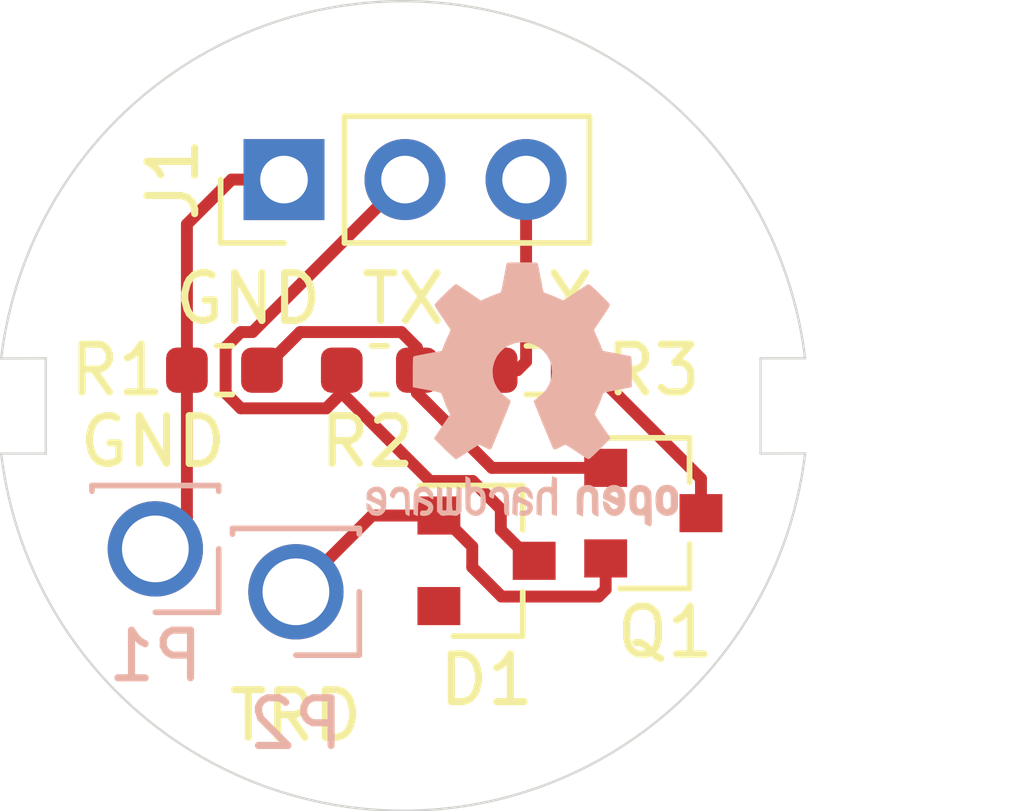
<source format=kicad_pcb>
(kicad_pcb (version 20171130) (host pcbnew 5.1.5-1.fc31)

  (general
    (thickness 1.6)
    (drawings 15)
    (tracks 43)
    (zones 0)
    (modules 9)
    (nets 7)
  )

  (page USLetter)
  (title_block
    (title "TK-X90 Programmer")
    (date 2020-03-29)
    (rev A)
    (company "Mobilinkd LLC")
    (comment 1 "CC BY-SA 2.0")
    (comment 2 https://creativecommons.org/licenses/by-sa/2.0/)
    (comment 3 "© 2020 Mobilinkd LLC")
  )

  (layers
    (0 F.Cu signal)
    (31 B.Cu signal)
    (32 B.Adhes user)
    (33 F.Adhes user)
    (34 B.Paste user)
    (35 F.Paste user)
    (36 B.SilkS user)
    (37 F.SilkS user)
    (38 B.Mask user)
    (39 F.Mask user)
    (40 Dwgs.User user)
    (41 Cmts.User user)
    (42 Eco1.User user)
    (43 Eco2.User user)
    (44 Edge.Cuts user)
    (45 Margin user)
    (46 B.CrtYd user)
    (47 F.CrtYd user)
    (48 B.Fab user)
    (49 F.Fab user)
  )

  (setup
    (last_trace_width 0.25)
    (trace_clearance 0.2)
    (zone_clearance 0.508)
    (zone_45_only no)
    (trace_min 0.2)
    (via_size 0.8)
    (via_drill 0.4)
    (via_min_size 0.4)
    (via_min_drill 0.3)
    (uvia_size 0.3)
    (uvia_drill 0.1)
    (uvias_allowed no)
    (uvia_min_size 0.2)
    (uvia_min_drill 0.1)
    (edge_width 0.05)
    (segment_width 0.2)
    (pcb_text_width 0.3)
    (pcb_text_size 1.5 1.5)
    (mod_edge_width 0.12)
    (mod_text_size 1 1)
    (mod_text_width 0.15)
    (pad_size 2 2)
    (pad_drill 1.4)
    (pad_to_mask_clearance 0.051)
    (solder_mask_min_width 0.25)
    (aux_axis_origin 0 0)
    (visible_elements FFFFFF7F)
    (pcbplotparams
      (layerselection 0x010fc_ffffffff)
      (usegerberextensions false)
      (usegerberattributes false)
      (usegerberadvancedattributes false)
      (creategerberjobfile false)
      (excludeedgelayer true)
      (linewidth 0.100000)
      (plotframeref false)
      (viasonmask false)
      (mode 1)
      (useauxorigin false)
      (hpglpennumber 1)
      (hpglpenspeed 20)
      (hpglpendiameter 15.000000)
      (psnegative false)
      (psa4output false)
      (plotreference true)
      (plotvalue true)
      (plotinvisibletext false)
      (padsonsilk false)
      (subtractmaskfromsilk false)
      (outputformat 1)
      (mirror false)
      (drillshape 0)
      (scaleselection 1)
      (outputdirectory "Gerbers"))
  )

  (net 0 "")
  (net 1 /TRD)
  (net 2 /TX)
  (net 3 GND)
  (net 4 /RX)
  (net 5 "Net-(Q1-Pad3)")
  (net 6 "Net-(Q1-Pad1)")

  (net_class Default "This is the default net class."
    (clearance 0.2)
    (trace_width 0.25)
    (via_dia 0.8)
    (via_drill 0.4)
    (uvia_dia 0.3)
    (uvia_drill 0.1)
    (add_net /RX)
    (add_net /TRD)
    (add_net /TX)
    (add_net GND)
    (add_net "Net-(Q1-Pad1)")
    (add_net "Net-(Q1-Pad3)")
  )

  (module Symbol:OSHW-Logo2_7.3x6mm_SilkScreen (layer B.Cu) (tedit 0) (tstamp 5E811A66)
    (at 152.5 99.75 180)
    (descr "Open Source Hardware Symbol")
    (tags "Logo Symbol OSHW")
    (attr virtual)
    (fp_text reference REF** (at 0 0) (layer B.SilkS) hide
      (effects (font (size 1 1) (thickness 0.15)) (justify mirror))
    )
    (fp_text value OSHW-Logo2_7.3x6mm_SilkScreen (at 0.75 0) (layer B.Fab) hide
      (effects (font (size 1 1) (thickness 0.15)) (justify mirror))
    )
    (fp_poly (pts (xy 0.10391 2.757652) (xy 0.182454 2.757222) (xy 0.239298 2.756058) (xy 0.278105 2.753793)
      (xy 0.302538 2.75006) (xy 0.316262 2.744494) (xy 0.32294 2.736727) (xy 0.326236 2.726395)
      (xy 0.326556 2.725057) (xy 0.331562 2.700921) (xy 0.340829 2.653299) (xy 0.353392 2.587259)
      (xy 0.368287 2.507872) (xy 0.384551 2.420204) (xy 0.385119 2.417125) (xy 0.40141 2.331211)
      (xy 0.416652 2.255304) (xy 0.429861 2.193955) (xy 0.440054 2.151718) (xy 0.446248 2.133145)
      (xy 0.446543 2.132816) (xy 0.464788 2.123747) (xy 0.502405 2.108633) (xy 0.551271 2.090738)
      (xy 0.551543 2.090642) (xy 0.613093 2.067507) (xy 0.685657 2.038035) (xy 0.754057 2.008403)
      (xy 0.757294 2.006938) (xy 0.868702 1.956374) (xy 1.115399 2.12484) (xy 1.191077 2.176197)
      (xy 1.259631 2.222111) (xy 1.317088 2.25997) (xy 1.359476 2.287163) (xy 1.382825 2.301079)
      (xy 1.385042 2.302111) (xy 1.40201 2.297516) (xy 1.433701 2.275345) (xy 1.481352 2.234553)
      (xy 1.546198 2.174095) (xy 1.612397 2.109773) (xy 1.676214 2.046388) (xy 1.733329 1.988549)
      (xy 1.780305 1.939825) (xy 1.813703 1.90379) (xy 1.830085 1.884016) (xy 1.830694 1.882998)
      (xy 1.832505 1.869428) (xy 1.825683 1.847267) (xy 1.80854 1.813522) (xy 1.779393 1.7652)
      (xy 1.736555 1.699308) (xy 1.679448 1.614483) (xy 1.628766 1.539823) (xy 1.583461 1.47286)
      (xy 1.54615 1.417484) (xy 1.519452 1.37758) (xy 1.505985 1.357038) (xy 1.505137 1.355644)
      (xy 1.506781 1.335962) (xy 1.519245 1.297707) (xy 1.540048 1.248111) (xy 1.547462 1.232272)
      (xy 1.579814 1.16171) (xy 1.614328 1.081647) (xy 1.642365 1.012371) (xy 1.662568 0.960955)
      (xy 1.678615 0.921881) (xy 1.687888 0.901459) (xy 1.689041 0.899886) (xy 1.706096 0.897279)
      (xy 1.746298 0.890137) (xy 1.804302 0.879477) (xy 1.874763 0.866315) (xy 1.952335 0.851667)
      (xy 2.031672 0.836551) (xy 2.107431 0.821982) (xy 2.174264 0.808978) (xy 2.226828 0.798555)
      (xy 2.259776 0.79173) (xy 2.267857 0.789801) (xy 2.276205 0.785038) (xy 2.282506 0.774282)
      (xy 2.287045 0.753902) (xy 2.290104 0.720266) (xy 2.291967 0.669745) (xy 2.292918 0.598708)
      (xy 2.29324 0.503524) (xy 2.293257 0.464508) (xy 2.293257 0.147201) (xy 2.217057 0.132161)
      (xy 2.174663 0.124005) (xy 2.1114 0.112101) (xy 2.034962 0.097884) (xy 1.953043 0.08279)
      (xy 1.9304 0.078645) (xy 1.854806 0.063947) (xy 1.788953 0.049495) (xy 1.738366 0.036625)
      (xy 1.708574 0.026678) (xy 1.703612 0.023713) (xy 1.691426 0.002717) (xy 1.673953 -0.037967)
      (xy 1.654577 -0.090322) (xy 1.650734 -0.1016) (xy 1.625339 -0.171523) (xy 1.593817 -0.250418)
      (xy 1.562969 -0.321266) (xy 1.562817 -0.321595) (xy 1.511447 -0.432733) (xy 1.680399 -0.681253)
      (xy 1.849352 -0.929772) (xy 1.632429 -1.147058) (xy 1.566819 -1.211726) (xy 1.506979 -1.268733)
      (xy 1.456267 -1.315033) (xy 1.418046 -1.347584) (xy 1.395675 -1.363343) (xy 1.392466 -1.364343)
      (xy 1.373626 -1.356469) (xy 1.33518 -1.334578) (xy 1.28133 -1.301267) (xy 1.216276 -1.259131)
      (xy 1.14594 -1.211943) (xy 1.074555 -1.16381) (xy 1.010908 -1.121928) (xy 0.959041 -1.088871)
      (xy 0.922995 -1.067218) (xy 0.906867 -1.059543) (xy 0.887189 -1.066037) (xy 0.849875 -1.08315)
      (xy 0.802621 -1.107326) (xy 0.797612 -1.110013) (xy 0.733977 -1.141927) (xy 0.690341 -1.157579)
      (xy 0.663202 -1.157745) (xy 0.649057 -1.143204) (xy 0.648975 -1.143) (xy 0.641905 -1.125779)
      (xy 0.625042 -1.084899) (xy 0.599695 -1.023525) (xy 0.567171 -0.944819) (xy 0.528778 -0.851947)
      (xy 0.485822 -0.748072) (xy 0.444222 -0.647502) (xy 0.398504 -0.536516) (xy 0.356526 -0.433703)
      (xy 0.319548 -0.342215) (xy 0.288827 -0.265201) (xy 0.265622 -0.205815) (xy 0.25119 -0.167209)
      (xy 0.246743 -0.1528) (xy 0.257896 -0.136272) (xy 0.287069 -0.10993) (xy 0.325971 -0.080887)
      (xy 0.436757 0.010961) (xy 0.523351 0.116241) (xy 0.584716 0.232734) (xy 0.619815 0.358224)
      (xy 0.627608 0.490493) (xy 0.621943 0.551543) (xy 0.591078 0.678205) (xy 0.53792 0.790059)
      (xy 0.465767 0.885999) (xy 0.377917 0.964924) (xy 0.277665 1.02573) (xy 0.16831 1.067313)
      (xy 0.053147 1.088572) (xy -0.064525 1.088401) (xy -0.18141 1.065699) (xy -0.294211 1.019362)
      (xy -0.399631 0.948287) (xy -0.443632 0.908089) (xy -0.528021 0.804871) (xy -0.586778 0.692075)
      (xy -0.620296 0.57299) (xy -0.628965 0.450905) (xy -0.613177 0.329107) (xy -0.573322 0.210884)
      (xy -0.509793 0.099525) (xy -0.422979 -0.001684) (xy -0.325971 -0.080887) (xy -0.285563 -0.111162)
      (xy -0.257018 -0.137219) (xy -0.246743 -0.152825) (xy -0.252123 -0.169843) (xy -0.267425 -0.2105)
      (xy -0.291388 -0.271642) (xy -0.322756 -0.350119) (xy -0.360268 -0.44278) (xy -0.402667 -0.546472)
      (xy -0.444337 -0.647526) (xy -0.49031 -0.758607) (xy -0.532893 -0.861541) (xy -0.570779 -0.953165)
      (xy -0.60266 -1.030316) (xy -0.627229 -1.089831) (xy -0.64318 -1.128544) (xy -0.64909 -1.143)
      (xy -0.663052 -1.157685) (xy -0.69006 -1.157642) (xy -0.733587 -1.142099) (xy -0.79711 -1.110284)
      (xy -0.797612 -1.110013) (xy -0.84544 -1.085323) (xy -0.884103 -1.067338) (xy -0.905905 -1.059614)
      (xy -0.906867 -1.059543) (xy -0.923279 -1.067378) (xy -0.959513 -1.089165) (xy -1.011526 -1.122328)
      (xy -1.075275 -1.164291) (xy -1.14594 -1.211943) (xy -1.217884 -1.260191) (xy -1.282726 -1.302151)
      (xy -1.336265 -1.335227) (xy -1.374303 -1.356821) (xy -1.392467 -1.364343) (xy -1.409192 -1.354457)
      (xy -1.44282 -1.326826) (xy -1.48999 -1.284495) (xy -1.547342 -1.230505) (xy -1.611516 -1.167899)
      (xy -1.632503 -1.146983) (xy -1.849501 -0.929623) (xy -1.684332 -0.68722) (xy -1.634136 -0.612781)
      (xy -1.590081 -0.545972) (xy -1.554638 -0.490665) (xy -1.530281 -0.450729) (xy -1.519478 -0.430036)
      (xy -1.519162 -0.428563) (xy -1.524857 -0.409058) (xy -1.540174 -0.369822) (xy -1.562463 -0.31743)
      (xy -1.578107 -0.282355) (xy -1.607359 -0.215201) (xy -1.634906 -0.147358) (xy -1.656263 -0.090034)
      (xy -1.662065 -0.072572) (xy -1.678548 -0.025938) (xy -1.69466 0.010095) (xy -1.70351 0.023713)
      (xy -1.72304 0.032048) (xy -1.765666 0.043863) (xy -1.825855 0.057819) (xy -1.898078 0.072578)
      (xy -1.9304 0.078645) (xy -2.012478 0.093727) (xy -2.091205 0.108331) (xy -2.158891 0.12102)
      (xy -2.20784 0.130358) (xy -2.217057 0.132161) (xy -2.293257 0.147201) (xy -2.293257 0.464508)
      (xy -2.293086 0.568846) (xy -2.292384 0.647787) (xy -2.290866 0.704962) (xy -2.288251 0.744001)
      (xy -2.284254 0.768535) (xy -2.278591 0.782195) (xy -2.27098 0.788611) (xy -2.267857 0.789801)
      (xy -2.249022 0.79402) (xy -2.207412 0.802438) (xy -2.14837 0.814039) (xy -2.077243 0.827805)
      (xy -1.999375 0.84272) (xy -1.920113 0.857768) (xy -1.844802 0.871931) (xy -1.778787 0.884194)
      (xy -1.727413 0.893539) (xy -1.696025 0.89895) (xy -1.689041 0.899886) (xy -1.682715 0.912404)
      (xy -1.66871 0.945754) (xy -1.649645 0.993623) (xy -1.642366 1.012371) (xy -1.613004 1.084805)
      (xy -1.578429 1.16483) (xy -1.547463 1.232272) (xy -1.524677 1.283841) (xy -1.509518 1.326215)
      (xy -1.504458 1.352166) (xy -1.505264 1.355644) (xy -1.515959 1.372064) (xy -1.54038 1.408583)
      (xy -1.575905 1.461313) (xy -1.619913 1.526365) (xy -1.669783 1.599849) (xy -1.679644 1.614355)
      (xy -1.737508 1.700296) (xy -1.780044 1.765739) (xy -1.808946 1.813696) (xy -1.82591 1.84718)
      (xy -1.832633 1.869205) (xy -1.83081 1.882783) (xy -1.830764 1.882869) (xy -1.816414 1.900703)
      (xy -1.784677 1.935183) (xy -1.73899 1.982732) (xy -1.682796 2.039778) (xy -1.619532 2.102745)
      (xy -1.612398 2.109773) (xy -1.53267 2.18698) (xy -1.471143 2.24367) (xy -1.426579 2.28089)
      (xy -1.397743 2.299685) (xy -1.385042 2.302111) (xy -1.366506 2.291529) (xy -1.328039 2.267084)
      (xy -1.273614 2.231388) (xy -1.207202 2.187053) (xy -1.132775 2.136689) (xy -1.115399 2.12484)
      (xy -0.868703 1.956374) (xy -0.757294 2.006938) (xy -0.689543 2.036405) (xy -0.616817 2.066041)
      (xy -0.554297 2.08967) (xy -0.551543 2.090642) (xy -0.50264 2.108543) (xy -0.464943 2.12368)
      (xy -0.446575 2.13279) (xy -0.446544 2.132816) (xy -0.440715 2.149283) (xy -0.430808 2.189781)
      (xy -0.417805 2.249758) (xy -0.402691 2.32466) (xy -0.386448 2.409936) (xy -0.385119 2.417125)
      (xy -0.368825 2.504986) (xy -0.353867 2.58474) (xy -0.341209 2.651319) (xy -0.331814 2.699653)
      (xy -0.326646 2.724675) (xy -0.326556 2.725057) (xy -0.323411 2.735701) (xy -0.317296 2.743738)
      (xy -0.304547 2.749533) (xy -0.2815 2.753453) (xy -0.244491 2.755865) (xy -0.189856 2.757135)
      (xy -0.113933 2.757629) (xy -0.013056 2.757714) (xy 0 2.757714) (xy 0.10391 2.757652)) (layer B.SilkS) (width 0.01))
    (fp_poly (pts (xy 3.153595 -1.966966) (xy 3.211021 -2.004497) (xy 3.238719 -2.038096) (xy 3.260662 -2.099064)
      (xy 3.262405 -2.147308) (xy 3.258457 -2.211816) (xy 3.109686 -2.276934) (xy 3.037349 -2.310202)
      (xy 2.990084 -2.336964) (xy 2.965507 -2.360144) (xy 2.961237 -2.382667) (xy 2.974889 -2.407455)
      (xy 2.989943 -2.423886) (xy 3.033746 -2.450235) (xy 3.081389 -2.452081) (xy 3.125145 -2.431546)
      (xy 3.157289 -2.390752) (xy 3.163038 -2.376347) (xy 3.190576 -2.331356) (xy 3.222258 -2.312182)
      (xy 3.265714 -2.295779) (xy 3.265714 -2.357966) (xy 3.261872 -2.400283) (xy 3.246823 -2.435969)
      (xy 3.21528 -2.476943) (xy 3.210592 -2.482267) (xy 3.175506 -2.51872) (xy 3.145347 -2.538283)
      (xy 3.107615 -2.547283) (xy 3.076335 -2.55023) (xy 3.020385 -2.550965) (xy 2.980555 -2.54166)
      (xy 2.955708 -2.527846) (xy 2.916656 -2.497467) (xy 2.889625 -2.464613) (xy 2.872517 -2.423294)
      (xy 2.863238 -2.367521) (xy 2.859693 -2.291305) (xy 2.85941 -2.252622) (xy 2.860372 -2.206247)
      (xy 2.948007 -2.206247) (xy 2.949023 -2.231126) (xy 2.951556 -2.2352) (xy 2.968274 -2.229665)
      (xy 3.004249 -2.215017) (xy 3.052331 -2.19419) (xy 3.062386 -2.189714) (xy 3.123152 -2.158814)
      (xy 3.156632 -2.131657) (xy 3.16399 -2.10622) (xy 3.146391 -2.080481) (xy 3.131856 -2.069109)
      (xy 3.07941 -2.046364) (xy 3.030322 -2.050122) (xy 2.989227 -2.077884) (xy 2.960758 -2.127152)
      (xy 2.951631 -2.166257) (xy 2.948007 -2.206247) (xy 2.860372 -2.206247) (xy 2.861285 -2.162249)
      (xy 2.868196 -2.095384) (xy 2.881884 -2.046695) (xy 2.904096 -2.010849) (xy 2.936574 -1.982513)
      (xy 2.950733 -1.973355) (xy 3.015053 -1.949507) (xy 3.085473 -1.948006) (xy 3.153595 -1.966966)) (layer B.SilkS) (width 0.01))
    (fp_poly (pts (xy 2.6526 -1.958752) (xy 2.669948 -1.966334) (xy 2.711356 -1.999128) (xy 2.746765 -2.046547)
      (xy 2.768664 -2.097151) (xy 2.772229 -2.122098) (xy 2.760279 -2.156927) (xy 2.734067 -2.175357)
      (xy 2.705964 -2.186516) (xy 2.693095 -2.188572) (xy 2.686829 -2.173649) (xy 2.674456 -2.141175)
      (xy 2.669028 -2.126502) (xy 2.63859 -2.075744) (xy 2.59452 -2.050427) (xy 2.53801 -2.051206)
      (xy 2.533825 -2.052203) (xy 2.503655 -2.066507) (xy 2.481476 -2.094393) (xy 2.466327 -2.139287)
      (xy 2.45725 -2.204615) (xy 2.453286 -2.293804) (xy 2.452914 -2.341261) (xy 2.45273 -2.416071)
      (xy 2.451522 -2.467069) (xy 2.448309 -2.499471) (xy 2.442109 -2.518495) (xy 2.43194 -2.529356)
      (xy 2.416819 -2.537272) (xy 2.415946 -2.53767) (xy 2.386828 -2.549981) (xy 2.372403 -2.554514)
      (xy 2.370186 -2.540809) (xy 2.368289 -2.502925) (xy 2.366847 -2.445715) (xy 2.365998 -2.374027)
      (xy 2.365829 -2.321565) (xy 2.366692 -2.220047) (xy 2.37007 -2.143032) (xy 2.377142 -2.086023)
      (xy 2.389088 -2.044526) (xy 2.40709 -2.014043) (xy 2.432327 -1.99008) (xy 2.457247 -1.973355)
      (xy 2.517171 -1.951097) (xy 2.586911 -1.946076) (xy 2.6526 -1.958752)) (layer B.SilkS) (width 0.01))
    (fp_poly (pts (xy 2.144876 -1.956335) (xy 2.186667 -1.975344) (xy 2.219469 -1.998378) (xy 2.243503 -2.024133)
      (xy 2.260097 -2.057358) (xy 2.270577 -2.1028) (xy 2.276271 -2.165207) (xy 2.278507 -2.249327)
      (xy 2.278743 -2.304721) (xy 2.278743 -2.520826) (xy 2.241774 -2.53767) (xy 2.212656 -2.549981)
      (xy 2.198231 -2.554514) (xy 2.195472 -2.541025) (xy 2.193282 -2.504653) (xy 2.191942 -2.451542)
      (xy 2.191657 -2.409372) (xy 2.190434 -2.348447) (xy 2.187136 -2.300115) (xy 2.182321 -2.270518)
      (xy 2.178496 -2.264229) (xy 2.152783 -2.270652) (xy 2.112418 -2.287125) (xy 2.065679 -2.309458)
      (xy 2.020845 -2.333457) (xy 1.986193 -2.35493) (xy 1.970002 -2.369685) (xy 1.969938 -2.369845)
      (xy 1.97133 -2.397152) (xy 1.983818 -2.423219) (xy 2.005743 -2.444392) (xy 2.037743 -2.451474)
      (xy 2.065092 -2.450649) (xy 2.103826 -2.450042) (xy 2.124158 -2.459116) (xy 2.136369 -2.483092)
      (xy 2.137909 -2.487613) (xy 2.143203 -2.521806) (xy 2.129047 -2.542568) (xy 2.092148 -2.552462)
      (xy 2.052289 -2.554292) (xy 1.980562 -2.540727) (xy 1.943432 -2.521355) (xy 1.897576 -2.475845)
      (xy 1.873256 -2.419983) (xy 1.871073 -2.360957) (xy 1.891629 -2.305953) (xy 1.922549 -2.271486)
      (xy 1.95342 -2.252189) (xy 2.001942 -2.227759) (xy 2.058485 -2.202985) (xy 2.06791 -2.199199)
      (xy 2.130019 -2.171791) (xy 2.165822 -2.147634) (xy 2.177337 -2.123619) (xy 2.16658 -2.096635)
      (xy 2.148114 -2.075543) (xy 2.104469 -2.049572) (xy 2.056446 -2.047624) (xy 2.012406 -2.067637)
      (xy 1.980709 -2.107551) (xy 1.976549 -2.117848) (xy 1.952327 -2.155724) (xy 1.916965 -2.183842)
      (xy 1.872343 -2.206917) (xy 1.872343 -2.141485) (xy 1.874969 -2.101506) (xy 1.88623 -2.069997)
      (xy 1.911199 -2.036378) (xy 1.935169 -2.010484) (xy 1.972441 -1.973817) (xy 2.001401 -1.954121)
      (xy 2.032505 -1.94622) (xy 2.067713 -1.944914) (xy 2.144876 -1.956335)) (layer B.SilkS) (width 0.01))
    (fp_poly (pts (xy 1.779833 -1.958663) (xy 1.782048 -1.99685) (xy 1.783784 -2.054886) (xy 1.784899 -2.12818)
      (xy 1.785257 -2.205055) (xy 1.785257 -2.465196) (xy 1.739326 -2.511127) (xy 1.707675 -2.539429)
      (xy 1.67989 -2.550893) (xy 1.641915 -2.550168) (xy 1.62684 -2.548321) (xy 1.579726 -2.542948)
      (xy 1.540756 -2.539869) (xy 1.531257 -2.539585) (xy 1.499233 -2.541445) (xy 1.453432 -2.546114)
      (xy 1.435674 -2.548321) (xy 1.392057 -2.551735) (xy 1.362745 -2.54432) (xy 1.33368 -2.521427)
      (xy 1.323188 -2.511127) (xy 1.277257 -2.465196) (xy 1.277257 -1.978602) (xy 1.314226 -1.961758)
      (xy 1.346059 -1.949282) (xy 1.364683 -1.944914) (xy 1.369458 -1.958718) (xy 1.373921 -1.997286)
      (xy 1.377775 -2.056356) (xy 1.380722 -2.131663) (xy 1.382143 -2.195286) (xy 1.386114 -2.445657)
      (xy 1.420759 -2.450556) (xy 1.452268 -2.447131) (xy 1.467708 -2.436041) (xy 1.472023 -2.415308)
      (xy 1.475708 -2.371145) (xy 1.478469 -2.309146) (xy 1.480012 -2.234909) (xy 1.480235 -2.196706)
      (xy 1.480457 -1.976783) (xy 1.526166 -1.960849) (xy 1.558518 -1.950015) (xy 1.576115 -1.944962)
      (xy 1.576623 -1.944914) (xy 1.578388 -1.958648) (xy 1.580329 -1.99673) (xy 1.582282 -2.054482)
      (xy 1.584084 -2.127227) (xy 1.585343 -2.195286) (xy 1.589314 -2.445657) (xy 1.6764 -2.445657)
      (xy 1.680396 -2.21724) (xy 1.684392 -1.988822) (xy 1.726847 -1.966868) (xy 1.758192 -1.951793)
      (xy 1.776744 -1.944951) (xy 1.777279 -1.944914) (xy 1.779833 -1.958663)) (layer B.SilkS) (width 0.01))
    (fp_poly (pts (xy 1.190117 -2.065358) (xy 1.189933 -2.173837) (xy 1.189219 -2.257287) (xy 1.187675 -2.319704)
      (xy 1.185001 -2.365085) (xy 1.180894 -2.397429) (xy 1.175055 -2.420733) (xy 1.167182 -2.438995)
      (xy 1.161221 -2.449418) (xy 1.111855 -2.505945) (xy 1.049264 -2.541377) (xy 0.980013 -2.55409)
      (xy 0.910668 -2.542463) (xy 0.869375 -2.521568) (xy 0.826025 -2.485422) (xy 0.796481 -2.441276)
      (xy 0.778655 -2.383462) (xy 0.770463 -2.306313) (xy 0.769302 -2.249714) (xy 0.769458 -2.245647)
      (xy 0.870857 -2.245647) (xy 0.871476 -2.31055) (xy 0.874314 -2.353514) (xy 0.88084 -2.381622)
      (xy 0.892523 -2.401953) (xy 0.906483 -2.417288) (xy 0.953365 -2.44689) (xy 1.003701 -2.449419)
      (xy 1.051276 -2.424705) (xy 1.054979 -2.421356) (xy 1.070783 -2.403935) (xy 1.080693 -2.383209)
      (xy 1.086058 -2.352362) (xy 1.088228 -2.304577) (xy 1.088571 -2.251748) (xy 1.087827 -2.185381)
      (xy 1.084748 -2.141106) (xy 1.078061 -2.112009) (xy 1.066496 -2.091173) (xy 1.057013 -2.080107)
      (xy 1.01296 -2.052198) (xy 0.962224 -2.048843) (xy 0.913796 -2.070159) (xy 0.90445 -2.078073)
      (xy 0.88854 -2.095647) (xy 0.87861 -2.116587) (xy 0.873278 -2.147782) (xy 0.871163 -2.196122)
      (xy 0.870857 -2.245647) (xy 0.769458 -2.245647) (xy 0.77281 -2.158568) (xy 0.784726 -2.090086)
      (xy 0.807135 -2.0386) (xy 0.842124 -1.998443) (xy 0.869375 -1.977861) (xy 0.918907 -1.955625)
      (xy 0.976316 -1.945304) (xy 1.029682 -1.948067) (xy 1.059543 -1.959212) (xy 1.071261 -1.962383)
      (xy 1.079037 -1.950557) (xy 1.084465 -1.918866) (xy 1.088571 -1.870593) (xy 1.093067 -1.816829)
      (xy 1.099313 -1.784482) (xy 1.110676 -1.765985) (xy 1.130528 -1.75377) (xy 1.143 -1.748362)
      (xy 1.190171 -1.728601) (xy 1.190117 -2.065358)) (layer B.SilkS) (width 0.01))
    (fp_poly (pts (xy 0.529926 -1.949755) (xy 0.595858 -1.974084) (xy 0.649273 -2.017117) (xy 0.670164 -2.047409)
      (xy 0.692939 -2.102994) (xy 0.692466 -2.143186) (xy 0.668562 -2.170217) (xy 0.659717 -2.174813)
      (xy 0.62153 -2.189144) (xy 0.602028 -2.185472) (xy 0.595422 -2.161407) (xy 0.595086 -2.148114)
      (xy 0.582992 -2.09921) (xy 0.551471 -2.064999) (xy 0.507659 -2.048476) (xy 0.458695 -2.052634)
      (xy 0.418894 -2.074227) (xy 0.40545 -2.086544) (xy 0.395921 -2.101487) (xy 0.389485 -2.124075)
      (xy 0.385317 -2.159328) (xy 0.382597 -2.212266) (xy 0.380502 -2.287907) (xy 0.37996 -2.311857)
      (xy 0.377981 -2.39379) (xy 0.375731 -2.451455) (xy 0.372357 -2.489608) (xy 0.367006 -2.513004)
      (xy 0.358824 -2.526398) (xy 0.346959 -2.534545) (xy 0.339362 -2.538144) (xy 0.307102 -2.550452)
      (xy 0.288111 -2.554514) (xy 0.281836 -2.540948) (xy 0.278006 -2.499934) (xy 0.2766 -2.430999)
      (xy 0.277598 -2.333669) (xy 0.277908 -2.318657) (xy 0.280101 -2.229859) (xy 0.282693 -2.165019)
      (xy 0.286382 -2.119067) (xy 0.291864 -2.086935) (xy 0.299835 -2.063553) (xy 0.310993 -2.043852)
      (xy 0.31683 -2.03541) (xy 0.350296 -1.998057) (xy 0.387727 -1.969003) (xy 0.392309 -1.966467)
      (xy 0.459426 -1.946443) (xy 0.529926 -1.949755)) (layer B.SilkS) (width 0.01))
    (fp_poly (pts (xy 0.039744 -1.950968) (xy 0.096616 -1.972087) (xy 0.097267 -1.972493) (xy 0.13244 -1.99838)
      (xy 0.158407 -2.028633) (xy 0.17667 -2.068058) (xy 0.188732 -2.121462) (xy 0.196096 -2.193651)
      (xy 0.200264 -2.289432) (xy 0.200629 -2.303078) (xy 0.205876 -2.508842) (xy 0.161716 -2.531678)
      (xy 0.129763 -2.54711) (xy 0.11047 -2.554423) (xy 0.109578 -2.554514) (xy 0.106239 -2.541022)
      (xy 0.103587 -2.504626) (xy 0.101956 -2.451452) (xy 0.1016 -2.408393) (xy 0.101592 -2.338641)
      (xy 0.098403 -2.294837) (xy 0.087288 -2.273944) (xy 0.063501 -2.272925) (xy 0.022296 -2.288741)
      (xy -0.039914 -2.317815) (xy -0.085659 -2.341963) (xy -0.109187 -2.362913) (xy -0.116104 -2.385747)
      (xy -0.116114 -2.386877) (xy -0.104701 -2.426212) (xy -0.070908 -2.447462) (xy -0.019191 -2.450539)
      (xy 0.018061 -2.450006) (xy 0.037703 -2.460735) (xy 0.049952 -2.486505) (xy 0.057002 -2.519337)
      (xy 0.046842 -2.537966) (xy 0.043017 -2.540632) (xy 0.007001 -2.55134) (xy -0.043434 -2.552856)
      (xy -0.095374 -2.545759) (xy -0.132178 -2.532788) (xy -0.183062 -2.489585) (xy -0.211986 -2.429446)
      (xy -0.217714 -2.382462) (xy -0.213343 -2.340082) (xy -0.197525 -2.305488) (xy -0.166203 -2.274763)
      (xy -0.115322 -2.24399) (xy -0.040824 -2.209252) (xy -0.036286 -2.207288) (xy 0.030821 -2.176287)
      (xy 0.072232 -2.150862) (xy 0.089981 -2.128014) (xy 0.086107 -2.104745) (xy 0.062643 -2.078056)
      (xy 0.055627 -2.071914) (xy 0.00863 -2.0481) (xy -0.040067 -2.049103) (xy -0.082478 -2.072451)
      (xy -0.110616 -2.115675) (xy -0.113231 -2.12416) (xy -0.138692 -2.165308) (xy -0.170999 -2.185128)
      (xy -0.217714 -2.20477) (xy -0.217714 -2.15395) (xy -0.203504 -2.080082) (xy -0.161325 -2.012327)
      (xy -0.139376 -1.989661) (xy -0.089483 -1.960569) (xy -0.026033 -1.9474) (xy 0.039744 -1.950968)) (layer B.SilkS) (width 0.01))
    (fp_poly (pts (xy -0.624114 -1.851289) (xy -0.619861 -1.910613) (xy -0.614975 -1.945572) (xy -0.608205 -1.96082)
      (xy -0.598298 -1.961015) (xy -0.595086 -1.959195) (xy -0.552356 -1.946015) (xy -0.496773 -1.946785)
      (xy -0.440263 -1.960333) (xy -0.404918 -1.977861) (xy -0.368679 -2.005861) (xy -0.342187 -2.037549)
      (xy -0.324001 -2.077813) (xy -0.312678 -2.131543) (xy -0.306778 -2.203626) (xy -0.304857 -2.298951)
      (xy -0.304823 -2.317237) (xy -0.3048 -2.522646) (xy -0.350509 -2.53858) (xy -0.382973 -2.54942)
      (xy -0.400785 -2.554468) (xy -0.401309 -2.554514) (xy -0.403063 -2.540828) (xy -0.404556 -2.503076)
      (xy -0.405674 -2.446224) (xy -0.406303 -2.375234) (xy -0.4064 -2.332073) (xy -0.406602 -2.246973)
      (xy -0.407642 -2.185981) (xy -0.410169 -2.144177) (xy -0.414836 -2.116642) (xy -0.422293 -2.098456)
      (xy -0.433189 -2.084698) (xy -0.439993 -2.078073) (xy -0.486728 -2.051375) (xy -0.537728 -2.049375)
      (xy -0.583999 -2.071955) (xy -0.592556 -2.080107) (xy -0.605107 -2.095436) (xy -0.613812 -2.113618)
      (xy -0.619369 -2.139909) (xy -0.622474 -2.179562) (xy -0.623824 -2.237832) (xy -0.624114 -2.318173)
      (xy -0.624114 -2.522646) (xy -0.669823 -2.53858) (xy -0.702287 -2.54942) (xy -0.720099 -2.554468)
      (xy -0.720623 -2.554514) (xy -0.721963 -2.540623) (xy -0.723172 -2.501439) (xy -0.724199 -2.4407)
      (xy -0.724998 -2.362141) (xy -0.725519 -2.269498) (xy -0.725714 -2.166509) (xy -0.725714 -1.769342)
      (xy -0.678543 -1.749444) (xy -0.631371 -1.729547) (xy -0.624114 -1.851289)) (layer B.SilkS) (width 0.01))
    (fp_poly (pts (xy -1.831697 -1.931239) (xy -1.774473 -1.969735) (xy -1.730251 -2.025335) (xy -1.703833 -2.096086)
      (xy -1.69849 -2.148162) (xy -1.699097 -2.169893) (xy -1.704178 -2.186531) (xy -1.718145 -2.201437)
      (xy -1.745411 -2.217973) (xy -1.790388 -2.239498) (xy -1.857489 -2.269374) (xy -1.857829 -2.269524)
      (xy -1.919593 -2.297813) (xy -1.970241 -2.322933) (xy -2.004596 -2.342179) (xy -2.017482 -2.352848)
      (xy -2.017486 -2.352934) (xy -2.006128 -2.376166) (xy -1.979569 -2.401774) (xy -1.949077 -2.420221)
      (xy -1.93363 -2.423886) (xy -1.891485 -2.411212) (xy -1.855192 -2.379471) (xy -1.837483 -2.344572)
      (xy -1.820448 -2.318845) (xy -1.787078 -2.289546) (xy -1.747851 -2.264235) (xy -1.713244 -2.250471)
      (xy -1.706007 -2.249714) (xy -1.697861 -2.26216) (xy -1.69737 -2.293972) (xy -1.703357 -2.336866)
      (xy -1.714643 -2.382558) (xy -1.73005 -2.422761) (xy -1.730829 -2.424322) (xy -1.777196 -2.489062)
      (xy -1.837289 -2.533097) (xy -1.905535 -2.554711) (xy -1.976362 -2.552185) (xy -2.044196 -2.523804)
      (xy -2.047212 -2.521808) (xy -2.100573 -2.473448) (xy -2.13566 -2.410352) (xy -2.155078 -2.327387)
      (xy -2.157684 -2.304078) (xy -2.162299 -2.194055) (xy -2.156767 -2.142748) (xy -2.017486 -2.142748)
      (xy -2.015676 -2.174753) (xy -2.005778 -2.184093) (xy -1.981102 -2.177105) (xy -1.942205 -2.160587)
      (xy -1.898725 -2.139881) (xy -1.897644 -2.139333) (xy -1.860791 -2.119949) (xy -1.846 -2.107013)
      (xy -1.849647 -2.093451) (xy -1.865005 -2.075632) (xy -1.904077 -2.049845) (xy -1.946154 -2.04795)
      (xy -1.983897 -2.066717) (xy -2.009966 -2.102915) (xy -2.017486 -2.142748) (xy -2.156767 -2.142748)
      (xy -2.152806 -2.106027) (xy -2.12845 -2.036212) (xy -2.094544 -1.987302) (xy -2.033347 -1.937878)
      (xy -1.965937 -1.913359) (xy -1.89712 -1.911797) (xy -1.831697 -1.931239)) (layer B.SilkS) (width 0.01))
    (fp_poly (pts (xy -2.958885 -1.921962) (xy -2.890855 -1.957733) (xy -2.840649 -2.015301) (xy -2.822815 -2.052312)
      (xy -2.808937 -2.107882) (xy -2.801833 -2.178096) (xy -2.80116 -2.254727) (xy -2.806573 -2.329552)
      (xy -2.81773 -2.394342) (xy -2.834286 -2.440873) (xy -2.839374 -2.448887) (xy -2.899645 -2.508707)
      (xy -2.971231 -2.544535) (xy -3.048908 -2.55502) (xy -3.127452 -2.53881) (xy -3.149311 -2.529092)
      (xy -3.191878 -2.499143) (xy -3.229237 -2.459433) (xy -3.232768 -2.454397) (xy -3.247119 -2.430124)
      (xy -3.256606 -2.404178) (xy -3.26221 -2.370022) (xy -3.264914 -2.321119) (xy -3.265701 -2.250935)
      (xy -3.265714 -2.2352) (xy -3.265678 -2.230192) (xy -3.120571 -2.230192) (xy -3.119727 -2.29643)
      (xy -3.116404 -2.340386) (xy -3.109417 -2.368779) (xy -3.097584 -2.388325) (xy -3.091543 -2.394857)
      (xy -3.056814 -2.41968) (xy -3.023097 -2.418548) (xy -2.989005 -2.397016) (xy -2.968671 -2.374029)
      (xy -2.956629 -2.340478) (xy -2.949866 -2.287569) (xy -2.949402 -2.281399) (xy -2.948248 -2.185513)
      (xy -2.960312 -2.114299) (xy -2.98543 -2.068194) (xy -3.02344 -2.047635) (xy -3.037008 -2.046514)
      (xy -3.072636 -2.052152) (xy -3.097006 -2.071686) (xy -3.111907 -2.109042) (xy -3.119125 -2.16815)
      (xy -3.120571 -2.230192) (xy -3.265678 -2.230192) (xy -3.265174 -2.160413) (xy -3.262904 -2.108159)
      (xy -3.257932 -2.071949) (xy -3.249287 -2.045299) (xy -3.235995 -2.021722) (xy -3.233057 -2.017338)
      (xy -3.183687 -1.958249) (xy -3.129891 -1.923947) (xy -3.064398 -1.910331) (xy -3.042158 -1.909665)
      (xy -2.958885 -1.921962)) (layer B.SilkS) (width 0.01))
    (fp_poly (pts (xy -1.283907 -1.92778) (xy -1.237328 -1.954723) (xy -1.204943 -1.981466) (xy -1.181258 -2.009484)
      (xy -1.164941 -2.043748) (xy -1.154661 -2.089227) (xy -1.149086 -2.150892) (xy -1.146884 -2.233711)
      (xy -1.146629 -2.293246) (xy -1.146629 -2.512391) (xy -1.208314 -2.540044) (xy -1.27 -2.567697)
      (xy -1.277257 -2.32767) (xy -1.280256 -2.238028) (xy -1.283402 -2.172962) (xy -1.287299 -2.128026)
      (xy -1.292553 -2.09877) (xy -1.299769 -2.080748) (xy -1.30955 -2.069511) (xy -1.312688 -2.067079)
      (xy -1.360239 -2.048083) (xy -1.408303 -2.0556) (xy -1.436914 -2.075543) (xy -1.448553 -2.089675)
      (xy -1.456609 -2.10822) (xy -1.461729 -2.136334) (xy -1.464559 -2.179173) (xy -1.465744 -2.241895)
      (xy -1.465943 -2.307261) (xy -1.465982 -2.389268) (xy -1.467386 -2.447316) (xy -1.472086 -2.486465)
      (xy -1.482013 -2.51178) (xy -1.499097 -2.528323) (xy -1.525268 -2.541156) (xy -1.560225 -2.554491)
      (xy -1.598404 -2.569007) (xy -1.593859 -2.311389) (xy -1.592029 -2.218519) (xy -1.589888 -2.149889)
      (xy -1.586819 -2.100711) (xy -1.582206 -2.066198) (xy -1.575432 -2.041562) (xy -1.565881 -2.022016)
      (xy -1.554366 -2.00477) (xy -1.49881 -1.94968) (xy -1.43102 -1.917822) (xy -1.357287 -1.910191)
      (xy -1.283907 -1.92778)) (layer B.SilkS) (width 0.01))
    (fp_poly (pts (xy -2.400256 -1.919918) (xy -2.344799 -1.947568) (xy -2.295852 -1.99848) (xy -2.282371 -2.017338)
      (xy -2.267686 -2.042015) (xy -2.258158 -2.068816) (xy -2.252707 -2.104587) (xy -2.250253 -2.156169)
      (xy -2.249714 -2.224267) (xy -2.252148 -2.317588) (xy -2.260606 -2.387657) (xy -2.276826 -2.439931)
      (xy -2.302546 -2.479869) (xy -2.339503 -2.512929) (xy -2.342218 -2.514886) (xy -2.37864 -2.534908)
      (xy -2.422498 -2.544815) (xy -2.478276 -2.547257) (xy -2.568952 -2.547257) (xy -2.56899 -2.635283)
      (xy -2.569834 -2.684308) (xy -2.574976 -2.713065) (xy -2.588413 -2.730311) (xy -2.614142 -2.744808)
      (xy -2.620321 -2.747769) (xy -2.649236 -2.761648) (xy -2.671624 -2.770414) (xy -2.688271 -2.771171)
      (xy -2.699964 -2.761023) (xy -2.70749 -2.737073) (xy -2.711634 -2.696426) (xy -2.713185 -2.636186)
      (xy -2.712929 -2.553455) (xy -2.711651 -2.445339) (xy -2.711252 -2.413) (xy -2.709815 -2.301524)
      (xy -2.708528 -2.228603) (xy -2.569029 -2.228603) (xy -2.568245 -2.290499) (xy -2.56476 -2.330997)
      (xy -2.556876 -2.357708) (xy -2.542895 -2.378244) (xy -2.533403 -2.38826) (xy -2.494596 -2.417567)
      (xy -2.460237 -2.419952) (xy -2.424784 -2.39575) (xy -2.423886 -2.394857) (xy -2.409461 -2.376153)
      (xy -2.400687 -2.350732) (xy -2.396261 -2.311584) (xy -2.394882 -2.251697) (xy -2.394857 -2.23843)
      (xy -2.398188 -2.155901) (xy -2.409031 -2.098691) (xy -2.42866 -2.063766) (xy -2.45835 -2.048094)
      (xy -2.475509 -2.046514) (xy -2.516234 -2.053926) (xy -2.544168 -2.07833) (xy -2.560983 -2.12298)
      (xy -2.56835 -2.19113) (xy -2.569029 -2.228603) (xy -2.708528 -2.228603) (xy -2.708292 -2.215245)
      (xy -2.706323 -2.150333) (xy -2.70355 -2.102958) (xy -2.699612 -2.06929) (xy -2.694151 -2.045498)
      (xy -2.686808 -2.027753) (xy -2.677223 -2.012224) (xy -2.673113 -2.006381) (xy -2.618595 -1.951185)
      (xy -2.549664 -1.91989) (xy -2.469928 -1.911165) (xy -2.400256 -1.919918)) (layer B.SilkS) (width 0.01))
  )

  (module Connector_PinSocket_2.54mm:PinSocket_1x01_P2.54mm_Vertical (layer B.Cu) (tedit 5E77F5F0) (tstamp 5E78126F)
    (at 147.75 103.9)
    (descr "Through hole straight socket strip, 1x01, 2.54mm pitch, single row (from Kicad 4.0.7), script generated")
    (tags "Through hole socket strip THT 1x01 2.54mm single row")
    (path /5E7A72B2)
    (fp_text reference P2 (at 0 2.77) (layer B.SilkS)
      (effects (font (size 1 1) (thickness 0.15)) (justify mirror))
    )
    (fp_text value TRD (at 0 -2.77) (layer B.Fab)
      (effects (font (size 1 1) (thickness 0.15)) (justify mirror))
    )
    (fp_text user %R (at 0 0) (layer B.Fab)
      (effects (font (size 1 1) (thickness 0.15)) (justify mirror))
    )
    (fp_line (start -1.8 -1.75) (end -1.8 1.8) (layer B.CrtYd) (width 0.05))
    (fp_line (start 1.75 -1.75) (end -1.8 -1.75) (layer B.CrtYd) (width 0.05))
    (fp_line (start 1.75 1.8) (end 1.75 -1.75) (layer B.CrtYd) (width 0.05))
    (fp_line (start -1.8 1.8) (end 1.75 1.8) (layer B.CrtYd) (width 0.05))
    (fp_line (start 0 1.33) (end 1.33 1.33) (layer B.SilkS) (width 0.12))
    (fp_line (start 1.33 1.33) (end 1.33 0) (layer B.SilkS) (width 0.12))
    (fp_line (start 1.33 -1.21) (end 1.33 -1.33) (layer B.SilkS) (width 0.12))
    (fp_line (start -1.33 -1.21) (end -1.33 -1.33) (layer B.SilkS) (width 0.12))
    (fp_line (start -1.33 -1.33) (end 1.33 -1.33) (layer B.SilkS) (width 0.12))
    (fp_line (start -1.27 -1.27) (end -1.27 1.27) (layer B.Fab) (width 0.1))
    (fp_line (start 1.27 -1.27) (end -1.27 -1.27) (layer B.Fab) (width 0.1))
    (fp_line (start 1.27 0.635) (end 1.27 -1.27) (layer B.Fab) (width 0.1))
    (fp_line (start 0.635 1.27) (end 1.27 0.635) (layer B.Fab) (width 0.1))
    (fp_line (start -1.27 1.27) (end 0.635 1.27) (layer B.Fab) (width 0.1))
    (pad 1 thru_hole circle (at 0 0) (size 2 2) (drill 1.4) (layers *.Cu *.Mask)
      (net 1 /TRD))
    (model ${KIPRJMOD}/shapes/mill-max-329-13-101-41-540000.step
      (offset (xyz -0.95 -1.27 2.85))
      (scale (xyz 1 1 1))
      (rotate (xyz -90 0 0))
    )
  )

  (module Connector_PinSocket_2.54mm:PinSocket_1x01_P2.54mm_Vertical (layer B.Cu) (tedit 5E77F609) (tstamp 5E80B50C)
    (at 144.8 103)
    (descr "Through hole straight socket strip, 1x01, 2.54mm pitch, single row (from Kicad 4.0.7), script generated")
    (tags "Through hole socket strip THT 1x01 2.54mm single row")
    (path /5E7A7DDA)
    (fp_text reference P1 (at 0 2.25) (layer B.SilkS)
      (effects (font (size 1 1) (thickness 0.15)) (justify mirror))
    )
    (fp_text value GND (at 0 -2.77) (layer B.Fab)
      (effects (font (size 1 1) (thickness 0.15)) (justify mirror))
    )
    (fp_text user %R (at 0 0) (layer B.Fab)
      (effects (font (size 1 1) (thickness 0.15)) (justify mirror))
    )
    (fp_line (start -1.8 -1.75) (end -1.8 1.8) (layer B.CrtYd) (width 0.05))
    (fp_line (start 1.75 -1.75) (end -1.8 -1.75) (layer B.CrtYd) (width 0.05))
    (fp_line (start 1.75 1.8) (end 1.75 -1.75) (layer B.CrtYd) (width 0.05))
    (fp_line (start -1.8 1.8) (end 1.75 1.8) (layer B.CrtYd) (width 0.05))
    (fp_line (start 0 1.33) (end 1.33 1.33) (layer B.SilkS) (width 0.12))
    (fp_line (start 1.33 1.33) (end 1.33 0) (layer B.SilkS) (width 0.12))
    (fp_line (start 1.33 -1.21) (end 1.33 -1.33) (layer B.SilkS) (width 0.12))
    (fp_line (start -1.33 -1.21) (end -1.33 -1.33) (layer B.SilkS) (width 0.12))
    (fp_line (start -1.33 -1.33) (end 1.33 -1.33) (layer B.SilkS) (width 0.12))
    (fp_line (start -1.27 -1.27) (end -1.27 1.27) (layer B.Fab) (width 0.1))
    (fp_line (start 1.27 -1.27) (end -1.27 -1.27) (layer B.Fab) (width 0.1))
    (fp_line (start 1.27 0.635) (end 1.27 -1.27) (layer B.Fab) (width 0.1))
    (fp_line (start 0.635 1.27) (end 1.27 0.635) (layer B.Fab) (width 0.1))
    (fp_line (start -1.27 1.27) (end 0.635 1.27) (layer B.Fab) (width 0.1))
    (pad 1 thru_hole circle (at 0 0) (size 2 2) (drill 1.4) (layers *.Cu *.Mask)
      (net 3 GND))
    (model ${KIPRJMOD}/shapes/mill-max-329-13-101-41-540000.step
      (offset (xyz -0.95 -1.27 2.85))
      (scale (xyz 1 1 1))
      (rotate (xyz -90 0 0))
    )
  )

  (module Package_TO_SOT_SMD:SOT-23 (layer F.Cu) (tedit 5A02FF57) (tstamp 5E7809CE)
    (at 151.75 103.25)
    (descr "SOT-23, Standard")
    (tags SOT-23)
    (path /5E79F878)
    (attr smd)
    (fp_text reference D1 (at 0 2.5) (layer F.SilkS)
      (effects (font (size 1 1) (thickness 0.15)))
    )
    (fp_text value D (at 1.5 1.75) (layer F.Fab)
      (effects (font (size 1 1) (thickness 0.15)))
    )
    (fp_line (start 0.76 1.58) (end -0.7 1.58) (layer F.SilkS) (width 0.12))
    (fp_line (start 0.76 -1.58) (end -1.4 -1.58) (layer F.SilkS) (width 0.12))
    (fp_line (start -1.7 1.75) (end -1.7 -1.75) (layer F.CrtYd) (width 0.05))
    (fp_line (start 1.7 1.75) (end -1.7 1.75) (layer F.CrtYd) (width 0.05))
    (fp_line (start 1.7 -1.75) (end 1.7 1.75) (layer F.CrtYd) (width 0.05))
    (fp_line (start -1.7 -1.75) (end 1.7 -1.75) (layer F.CrtYd) (width 0.05))
    (fp_line (start 0.76 -1.58) (end 0.76 -0.65) (layer F.SilkS) (width 0.12))
    (fp_line (start 0.76 1.58) (end 0.76 0.65) (layer F.SilkS) (width 0.12))
    (fp_line (start -0.7 1.52) (end 0.7 1.52) (layer F.Fab) (width 0.1))
    (fp_line (start 0.7 -1.52) (end 0.7 1.52) (layer F.Fab) (width 0.1))
    (fp_line (start -0.7 -0.95) (end -0.15 -1.52) (layer F.Fab) (width 0.1))
    (fp_line (start -0.15 -1.52) (end 0.7 -1.52) (layer F.Fab) (width 0.1))
    (fp_line (start -0.7 -0.95) (end -0.7 1.5) (layer F.Fab) (width 0.1))
    (fp_text user %R (at 0 0 90) (layer F.Fab)
      (effects (font (size 0.5 0.5) (thickness 0.075)))
    )
    (pad 3 smd rect (at 1 0) (size 0.9 0.8) (layers F.Cu F.Paste F.Mask)
      (net 2 /TX))
    (pad 2 smd rect (at -1 0.95) (size 0.9 0.8) (layers F.Cu F.Paste F.Mask))
    (pad 1 smd rect (at -1 -0.95) (size 0.9 0.8) (layers F.Cu F.Paste F.Mask)
      (net 1 /TRD))
    (model ${KISYS3DMOD}/Package_TO_SOT_SMD.3dshapes/SOT-23.step
      (at (xyz 0 0 0))
      (scale (xyz 1 1 1))
      (rotate (xyz 0 0 0))
    )
  )

  (module Connector_PinHeader_2.54mm:PinHeader_1x03_P2.54mm_Vertical (layer F.Cu) (tedit 59FED5CC) (tstamp 5E77A37E)
    (at 147.5 95.25 90)
    (descr "Through hole straight pin header, 1x03, 2.54mm pitch, single row")
    (tags "Through hole pin header THT 1x03 2.54mm single row")
    (path /5E77A2C1)
    (fp_text reference J1 (at 0 -2.33 90) (layer F.SilkS)
      (effects (font (size 1 1) (thickness 0.15)))
    )
    (fp_text value UART (at 0 7.41 90) (layer F.Fab)
      (effects (font (size 1 1) (thickness 0.15)))
    )
    (fp_text user %R (at 0 2.54) (layer F.Fab)
      (effects (font (size 1 1) (thickness 0.15)))
    )
    (fp_line (start 1.8 -1.8) (end -1.8 -1.8) (layer F.CrtYd) (width 0.05))
    (fp_line (start 1.8 6.85) (end 1.8 -1.8) (layer F.CrtYd) (width 0.05))
    (fp_line (start -1.8 6.85) (end 1.8 6.85) (layer F.CrtYd) (width 0.05))
    (fp_line (start -1.8 -1.8) (end -1.8 6.85) (layer F.CrtYd) (width 0.05))
    (fp_line (start -1.33 -1.33) (end 0 -1.33) (layer F.SilkS) (width 0.12))
    (fp_line (start -1.33 0) (end -1.33 -1.33) (layer F.SilkS) (width 0.12))
    (fp_line (start -1.33 1.27) (end 1.33 1.27) (layer F.SilkS) (width 0.12))
    (fp_line (start 1.33 1.27) (end 1.33 6.41) (layer F.SilkS) (width 0.12))
    (fp_line (start -1.33 1.27) (end -1.33 6.41) (layer F.SilkS) (width 0.12))
    (fp_line (start -1.33 6.41) (end 1.33 6.41) (layer F.SilkS) (width 0.12))
    (fp_line (start -1.27 -0.635) (end -0.635 -1.27) (layer F.Fab) (width 0.1))
    (fp_line (start -1.27 6.35) (end -1.27 -0.635) (layer F.Fab) (width 0.1))
    (fp_line (start 1.27 6.35) (end -1.27 6.35) (layer F.Fab) (width 0.1))
    (fp_line (start 1.27 -1.27) (end 1.27 6.35) (layer F.Fab) (width 0.1))
    (fp_line (start -0.635 -1.27) (end 1.27 -1.27) (layer F.Fab) (width 0.1))
    (pad 3 thru_hole oval (at 0 5.08 90) (size 1.7 1.7) (drill 1) (layers *.Cu *.Mask)
      (net 4 /RX))
    (pad 2 thru_hole oval (at 0 2.54 90) (size 1.7 1.7) (drill 1) (layers *.Cu *.Mask)
      (net 2 /TX))
    (pad 1 thru_hole rect (at 0 0 90) (size 1.7 1.7) (drill 1) (layers *.Cu *.Mask)
      (net 3 GND))
  )

  (module Resistor_SMD:R_0603_1608Metric (layer F.Cu) (tedit 5B301BBD) (tstamp 5E77A1D0)
    (at 152.75 99.25)
    (descr "Resistor SMD 0603 (1608 Metric), square (rectangular) end terminal, IPC_7351 nominal, (Body size source: http://www.tortai-tech.com/upload/download/2011102023233369053.pdf), generated with kicad-footprint-generator")
    (tags resistor)
    (path /5E77D261)
    (attr smd)
    (fp_text reference R3 (at 2.5 0) (layer F.SilkS)
      (effects (font (size 1 1) (thickness 0.15)))
    )
    (fp_text value 1K (at 0 1.43) (layer F.Fab)
      (effects (font (size 1 1) (thickness 0.15)))
    )
    (fp_text user %R (at 0 0) (layer F.Fab)
      (effects (font (size 0.4 0.4) (thickness 0.06)))
    )
    (fp_line (start 1.48 0.73) (end -1.48 0.73) (layer F.CrtYd) (width 0.05))
    (fp_line (start 1.48 -0.73) (end 1.48 0.73) (layer F.CrtYd) (width 0.05))
    (fp_line (start -1.48 -0.73) (end 1.48 -0.73) (layer F.CrtYd) (width 0.05))
    (fp_line (start -1.48 0.73) (end -1.48 -0.73) (layer F.CrtYd) (width 0.05))
    (fp_line (start -0.162779 0.51) (end 0.162779 0.51) (layer F.SilkS) (width 0.12))
    (fp_line (start -0.162779 -0.51) (end 0.162779 -0.51) (layer F.SilkS) (width 0.12))
    (fp_line (start 0.8 0.4) (end -0.8 0.4) (layer F.Fab) (width 0.1))
    (fp_line (start 0.8 -0.4) (end 0.8 0.4) (layer F.Fab) (width 0.1))
    (fp_line (start -0.8 -0.4) (end 0.8 -0.4) (layer F.Fab) (width 0.1))
    (fp_line (start -0.8 0.4) (end -0.8 -0.4) (layer F.Fab) (width 0.1))
    (pad 2 smd roundrect (at 0.7875 0) (size 0.875 0.95) (layers F.Cu F.Paste F.Mask) (roundrect_rratio 0.25)
      (net 5 "Net-(Q1-Pad3)"))
    (pad 1 smd roundrect (at -0.7875 0) (size 0.875 0.95) (layers F.Cu F.Paste F.Mask) (roundrect_rratio 0.25)
      (net 4 /RX))
    (model ${KISYS3DMOD}/Resistor_SMD.3dshapes/R_0603_1608Metric.step
      (at (xyz 0 0 0))
      (scale (xyz 1 1 1))
      (rotate (xyz 0 0 0))
    )
  )

  (module Resistor_SMD:R_0603_1608Metric (layer F.Cu) (tedit 5B301BBD) (tstamp 5E77A1BF)
    (at 149.5 99.25)
    (descr "Resistor SMD 0603 (1608 Metric), square (rectangular) end terminal, IPC_7351 nominal, (Body size source: http://www.tortai-tech.com/upload/download/2011102023233369053.pdf), generated with kicad-footprint-generator")
    (tags resistor)
    (path /5E77BC42)
    (attr smd)
    (fp_text reference R2 (at -0.25 1.5) (layer F.SilkS)
      (effects (font (size 1 1) (thickness 0.15)))
    )
    (fp_text value 220 (at 0 1.43) (layer F.Fab)
      (effects (font (size 1 1) (thickness 0.15)))
    )
    (fp_text user %R (at 0 0) (layer F.Fab)
      (effects (font (size 0.4 0.4) (thickness 0.06)))
    )
    (fp_line (start 1.48 0.73) (end -1.48 0.73) (layer F.CrtYd) (width 0.05))
    (fp_line (start 1.48 -0.73) (end 1.48 0.73) (layer F.CrtYd) (width 0.05))
    (fp_line (start -1.48 -0.73) (end 1.48 -0.73) (layer F.CrtYd) (width 0.05))
    (fp_line (start -1.48 0.73) (end -1.48 -0.73) (layer F.CrtYd) (width 0.05))
    (fp_line (start -0.162779 0.51) (end 0.162779 0.51) (layer F.SilkS) (width 0.12))
    (fp_line (start -0.162779 -0.51) (end 0.162779 -0.51) (layer F.SilkS) (width 0.12))
    (fp_line (start 0.8 0.4) (end -0.8 0.4) (layer F.Fab) (width 0.1))
    (fp_line (start 0.8 -0.4) (end 0.8 0.4) (layer F.Fab) (width 0.1))
    (fp_line (start -0.8 -0.4) (end 0.8 -0.4) (layer F.Fab) (width 0.1))
    (fp_line (start -0.8 0.4) (end -0.8 -0.4) (layer F.Fab) (width 0.1))
    (pad 2 smd roundrect (at 0.7875 0) (size 0.875 0.95) (layers F.Cu F.Paste F.Mask) (roundrect_rratio 0.25)
      (net 6 "Net-(Q1-Pad1)"))
    (pad 1 smd roundrect (at -0.7875 0) (size 0.875 0.95) (layers F.Cu F.Paste F.Mask) (roundrect_rratio 0.25)
      (net 2 /TX))
    (model ${KISYS3DMOD}/Resistor_SMD.3dshapes/R_0603_1608Metric.step
      (at (xyz 0 0 0))
      (scale (xyz 1 1 1))
      (rotate (xyz 0 0 0))
    )
  )

  (module Resistor_SMD:R_0603_1608Metric (layer F.Cu) (tedit 5B301BBD) (tstamp 5E77A1AE)
    (at 146.25 99.25 180)
    (descr "Resistor SMD 0603 (1608 Metric), square (rectangular) end terminal, IPC_7351 nominal, (Body size source: http://www.tortai-tech.com/upload/download/2011102023233369053.pdf), generated with kicad-footprint-generator")
    (tags resistor)
    (path /5E77B2B1)
    (attr smd)
    (fp_text reference R1 (at 2.25 0) (layer F.SilkS)
      (effects (font (size 1 1) (thickness 0.15)))
    )
    (fp_text value 100K (at 0 1.43) (layer F.Fab)
      (effects (font (size 1 1) (thickness 0.15)))
    )
    (fp_text user %R (at 0 0) (layer F.Fab)
      (effects (font (size 0.4 0.4) (thickness 0.06)))
    )
    (fp_line (start 1.48 0.73) (end -1.48 0.73) (layer F.CrtYd) (width 0.05))
    (fp_line (start 1.48 -0.73) (end 1.48 0.73) (layer F.CrtYd) (width 0.05))
    (fp_line (start -1.48 -0.73) (end 1.48 -0.73) (layer F.CrtYd) (width 0.05))
    (fp_line (start -1.48 0.73) (end -1.48 -0.73) (layer F.CrtYd) (width 0.05))
    (fp_line (start -0.162779 0.51) (end 0.162779 0.51) (layer F.SilkS) (width 0.12))
    (fp_line (start -0.162779 -0.51) (end 0.162779 -0.51) (layer F.SilkS) (width 0.12))
    (fp_line (start 0.8 0.4) (end -0.8 0.4) (layer F.Fab) (width 0.1))
    (fp_line (start 0.8 -0.4) (end 0.8 0.4) (layer F.Fab) (width 0.1))
    (fp_line (start -0.8 -0.4) (end 0.8 -0.4) (layer F.Fab) (width 0.1))
    (fp_line (start -0.8 0.4) (end -0.8 -0.4) (layer F.Fab) (width 0.1))
    (pad 2 smd roundrect (at 0.7875 0 180) (size 0.875 0.95) (layers F.Cu F.Paste F.Mask) (roundrect_rratio 0.25)
      (net 3 GND))
    (pad 1 smd roundrect (at -0.7875 0 180) (size 0.875 0.95) (layers F.Cu F.Paste F.Mask) (roundrect_rratio 0.25)
      (net 6 "Net-(Q1-Pad1)"))
    (model ${KISYS3DMOD}/Resistor_SMD.3dshapes/R_0603_1608Metric.step
      (at (xyz 0 0 0))
      (scale (xyz 1 1 1))
      (rotate (xyz 0 0 0))
    )
  )

  (module Package_TO_SOT_SMD:SOT-23 (layer F.Cu) (tedit 5A02FF57) (tstamp 5E7814CB)
    (at 155.25 102.25)
    (descr "SOT-23, Standard")
    (tags SOT-23)
    (path /5E7795A4)
    (attr smd)
    (fp_text reference Q1 (at 0.25 2.5) (layer F.SilkS)
      (effects (font (size 1 1) (thickness 0.15)))
    )
    (fp_text value 2N7002 (at 4.75 0) (layer F.Fab)
      (effects (font (size 1 1) (thickness 0.15)))
    )
    (fp_line (start 0.76 1.58) (end -0.7 1.58) (layer F.SilkS) (width 0.12))
    (fp_line (start 0.76 -1.58) (end -1.4 -1.58) (layer F.SilkS) (width 0.12))
    (fp_line (start -1.7 1.75) (end -1.7 -1.75) (layer F.CrtYd) (width 0.05))
    (fp_line (start 1.7 1.75) (end -1.7 1.75) (layer F.CrtYd) (width 0.05))
    (fp_line (start 1.7 -1.75) (end 1.7 1.75) (layer F.CrtYd) (width 0.05))
    (fp_line (start -1.7 -1.75) (end 1.7 -1.75) (layer F.CrtYd) (width 0.05))
    (fp_line (start 0.76 -1.58) (end 0.76 -0.65) (layer F.SilkS) (width 0.12))
    (fp_line (start 0.76 1.58) (end 0.76 0.65) (layer F.SilkS) (width 0.12))
    (fp_line (start -0.7 1.52) (end 0.7 1.52) (layer F.Fab) (width 0.1))
    (fp_line (start 0.7 -1.52) (end 0.7 1.52) (layer F.Fab) (width 0.1))
    (fp_line (start -0.7 -0.95) (end -0.15 -1.52) (layer F.Fab) (width 0.1))
    (fp_line (start -0.15 -1.52) (end 0.7 -1.52) (layer F.Fab) (width 0.1))
    (fp_line (start -0.7 -0.95) (end -0.7 1.5) (layer F.Fab) (width 0.1))
    (fp_text user %R (at 0 0 90) (layer F.Fab)
      (effects (font (size 0.5 0.5) (thickness 0.075)))
    )
    (pad 3 smd rect (at 1 0) (size 0.9 0.8) (layers F.Cu F.Paste F.Mask)
      (net 5 "Net-(Q1-Pad3)"))
    (pad 2 smd rect (at -1 0.95) (size 0.9 0.8) (layers F.Cu F.Paste F.Mask)
      (net 1 /TRD))
    (pad 1 smd rect (at -1 -0.95) (size 0.9 0.8) (layers F.Cu F.Paste F.Mask)
      (net 6 "Net-(Q1-Pad1)"))
    (model ${KISYS3DMOD}/Package_TO_SOT_SMD.3dshapes/SOT-23.step
      (at (xyz 0 0 0))
      (scale (xyz 1 1 1))
      (rotate (xyz 0 0 0))
    )
  )

  (gr_line (start 141.75 101) (end 141.565229 101) (layer Edge.Cuts) (width 0.05) (tstamp 5E8151BB))
  (gr_line (start 142.5 101) (end 141.75 101) (layer Edge.Cuts) (width 0.05))
  (gr_line (start 142.5 99) (end 142.5 101) (layer Edge.Cuts) (width 0.05))
  (gr_arc (start 150 100) (end 141.565229 101) (angle -166.5) (layer Edge.Cuts) (width 0.05))
  (gr_text ®©® (at 150 93) (layer F.Mask)
    (effects (font (size 1 1) (thickness 0.15)))
  )
  (gr_line (start 157.5 99) (end 158.434325 99) (layer Edge.Cuts) (width 0.05) (tstamp 5E80B7F1))
  (gr_arc (start 150 100) (end 158.434325 99) (angle -166.5024402) (layer Edge.Cuts) (width 0.05))
  (gr_line (start 157.5 101) (end 158.435163 100.996688) (layer Edge.Cuts) (width 0.05) (tstamp 5E80B79B))
  (gr_line (start 157.5 99) (end 157.5 101) (layer Edge.Cuts) (width 0.05))
  (gr_line (start 142.5 99) (end 141.565228 99.003775) (layer Edge.Cuts) (width 0.05) (tstamp 5E780ABD))
  (gr_text TRD (at 147.75 106.5) (layer F.SilkS)
    (effects (font (size 1 1) (thickness 0.15)))
  )
  (gr_text GND (at 144.75 100.75) (layer F.SilkS)
    (effects (font (size 1 1) (thickness 0.15)))
  )
  (gr_text RX (at 153 97.75) (layer F.SilkS)
    (effects (font (size 1 1) (thickness 0.15)))
  )
  (gr_text TX (at 150 97.75) (layer F.SilkS)
    (effects (font (size 1 1) (thickness 0.15)))
  )
  (gr_text GND (at 146.75 97.75) (layer F.SilkS)
    (effects (font (size 1 1) (thickness 0.15)))
  )

  (segment (start 149.35 102.3) (end 150.75 102.3) (width 0.25) (layer F.Cu) (net 1))
  (segment (start 147.75 103.9) (end 149.35 102.3) (width 0.25) (layer F.Cu) (net 1))
  (segment (start 154.25 103.85) (end 154.1 104) (width 0.25) (layer F.Cu) (net 1))
  (segment (start 154.25 103.2) (end 154.25 103.85) (width 0.25) (layer F.Cu) (net 1))
  (segment (start 151.45 102.95) (end 150.8 102.3) (width 0.25) (layer F.Cu) (net 1))
  (segment (start 151.45 103.385002) (end 151.45 102.95) (width 0.25) (layer F.Cu) (net 1))
  (segment (start 152.064998 104) (end 151.45 103.385002) (width 0.25) (layer F.Cu) (net 1))
  (segment (start 150.8 102.3) (end 150.75 102.3) (width 0.25) (layer F.Cu) (net 1))
  (segment (start 154.1 104) (end 152.064998 104) (width 0.25) (layer F.Cu) (net 1))
  (segment (start 150.562499 101.574999) (end 148.7125 99.725) (width 0.25) (layer F.Cu) (net 2))
  (segment (start 151.460001 101.574999) (end 150.562499 101.574999) (width 0.25) (layer F.Cu) (net 2))
  (segment (start 152.05 102.164998) (end 151.460001 101.574999) (width 0.25) (layer F.Cu) (net 2))
  (segment (start 152.05 102.6) (end 152.05 102.164998) (width 0.25) (layer F.Cu) (net 2))
  (segment (start 152.7 103.25) (end 152.05 102.6) (width 0.25) (layer F.Cu) (net 2))
  (segment (start 152.75 103.25) (end 152.7 103.25) (width 0.25) (layer F.Cu) (net 2))
  (segment (start 148.7125 99.725) (end 148.7125 99.25) (width 0.25) (layer F.Cu) (net 2))
  (segment (start 146.593516 100.05001) (end 148.38749 100.05001) (width 0.25) (layer F.Cu) (net 2))
  (segment (start 146.84001 98.44999) (end 146.593516 98.44999) (width 0.25) (layer F.Cu) (net 2))
  (segment (start 148.38749 100.05001) (end 148.7125 99.725) (width 0.25) (layer F.Cu) (net 2))
  (segment (start 146.593516 98.44999) (end 146.27499 98.768516) (width 0.25) (layer F.Cu) (net 2))
  (segment (start 146.27499 98.768516) (end 146.27499 99.731484) (width 0.25) (layer F.Cu) (net 2))
  (segment (start 150.04 95.25) (end 146.84001 98.44999) (width 0.25) (layer F.Cu) (net 2))
  (segment (start 146.27499 99.731484) (end 146.593516 100.05001) (width 0.25) (layer F.Cu) (net 2))
  (segment (start 145.4625 102.3375) (end 144.8 103) (width 0.25) (layer F.Cu) (net 3))
  (segment (start 145.4625 99.25) (end 145.4625 102.3375) (width 0.25) (layer F.Cu) (net 3))
  (segment (start 145.4625 98.775) (end 145.4625 99.25) (width 0.25) (layer F.Cu) (net 3))
  (segment (start 146.4 95.25) (end 145.4625 96.1875) (width 0.25) (layer F.Cu) (net 3))
  (segment (start 147.5 95.25) (end 146.4 95.25) (width 0.25) (layer F.Cu) (net 3))
  (segment (start 145.4625 96.1875) (end 145.4625 98.775) (width 0.25) (layer F.Cu) (net 3))
  (segment (start 152.4 99.25) (end 151.9625 99.25) (width 0.25) (layer F.Cu) (net 4))
  (segment (start 152.58 99.07) (end 152.4 99.25) (width 0.25) (layer F.Cu) (net 4))
  (segment (start 152.58 95.25) (end 152.58 99.07) (width 0.25) (layer F.Cu) (net 4))
  (segment (start 156.25 101.6) (end 156.25 102.25) (width 0.25) (layer F.Cu) (net 5))
  (segment (start 156.25 101.525) (end 156.25 101.6) (width 0.25) (layer F.Cu) (net 5))
  (segment (start 153.975 99.25) (end 156.25 101.525) (width 0.25) (layer F.Cu) (net 5))
  (segment (start 153.5375 99.25) (end 153.975 99.25) (width 0.25) (layer F.Cu) (net 5))
  (segment (start 150.2875 99.725) (end 150.2875 99.25) (width 0.25) (layer F.Cu) (net 6))
  (segment (start 151.8625 101.3) (end 150.2875 99.725) (width 0.25) (layer F.Cu) (net 6))
  (segment (start 154.25 101.3) (end 151.8625 101.3) (width 0.25) (layer F.Cu) (net 6))
  (segment (start 149.96249 98.44999) (end 147.83751 98.44999) (width 0.25) (layer F.Cu) (net 6))
  (segment (start 150.2875 99.25) (end 150.2875 98.775) (width 0.25) (layer F.Cu) (net 6))
  (segment (start 150.2875 98.775) (end 149.96249 98.44999) (width 0.25) (layer F.Cu) (net 6))
  (segment (start 147.83751 98.44999) (end 147.0375 99.25) (width 0.25) (layer F.Cu) (net 6))

)

</source>
